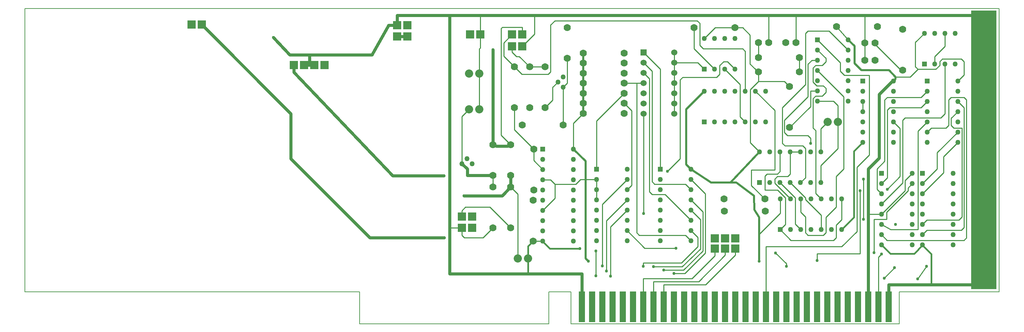
<source format=gbr>
G04 PROTEUS GERBER X2 FILE*
%TF.GenerationSoftware,Labcenter,Proteus,8.9-SP2-Build28501*%
%TF.CreationDate,2021-04-09T23:18:08+00:00*%
%TF.FileFunction,Copper,L2,Bot*%
%TF.FilePolarity,Positive*%
%TF.Part,Single*%
%TF.SameCoordinates,{17eb0ee2-30aa-48b8-b423-7eda7b5b8fc9}*%
%FSLAX45Y45*%
%MOMM*%
G01*
%TA.AperFunction,NonConductor*%
%ADD10C,0.254000*%
%ADD11C,0.762000*%
%ADD12C,0.381000*%
%ADD13C,0.508000*%
%TA.AperFunction,ViaPad*%
%ADD14C,0.762000*%
%TA.AperFunction,ComponentPad*%
%ADD15R,1.270000X1.270000*%
%ADD16C,1.270000*%
%TA.AperFunction,WasherPad*%
%ADD17R,1.524000X1.524000*%
%ADD18C,1.524000*%
%TA.AperFunction,ComponentPad*%
%ADD19C,1.778000*%
%ADD70R,2.032000X2.032000*%
%ADD71C,2.032000*%
%TA.AperFunction,ConnectorPad*%
%ADD20R,1.500000X7.620000*%
%TA.AperFunction,SMDPad,CuDef*%
%ADD22R,6.223000X69.342000*%
%TA.AperFunction,Profile*%
%ADD21C,0.203200*%
%TD.AperFunction*%
D10*
X-10366000Y+6384000D02*
X-10223500Y+6241500D01*
X-10223500Y+3429000D01*
X-10160000Y+3365500D01*
X-9837500Y+3365500D01*
X-9190000Y+2718000D01*
X-10366000Y+6638000D02*
X-10160000Y+6432000D01*
X-10160000Y+3683000D01*
X-10096500Y+3619500D01*
X-9329499Y+3619500D01*
X-9190000Y+3480000D01*
X-9190000Y+3480001D01*
X-10366000Y+6892000D02*
X-9952000Y+6478000D01*
X-9952000Y+3988000D01*
X-10850000Y+5630000D02*
X-10668000Y+5448000D01*
X-10668000Y+3590001D01*
X-10778000Y+3480000D01*
X-10778000Y+3480001D01*
X-10850000Y+5880000D02*
X-11540000Y+5190000D01*
X-11540000Y+3988000D01*
X-4462000Y+3380000D02*
X-4572000Y+3490000D01*
X-4572000Y+4000500D01*
X-4381500Y+4191000D01*
X-4381500Y+5715000D01*
X-4318000Y+5778500D01*
X-3478500Y+5778500D01*
X-3329000Y+5928000D01*
X-4462000Y+3634000D02*
X-4318000Y+3778000D01*
X-4318000Y+5461000D01*
X-4254500Y+5524500D01*
X-3478500Y+5524500D01*
X-3329000Y+5674000D01*
X-4462000Y+2364000D02*
X-4320500Y+2222500D01*
X-2413000Y+2222500D01*
X-2349500Y+2286000D01*
X-2349500Y+5715000D01*
X-2413000Y+5778500D01*
X-2730500Y+5778500D01*
X-2794000Y+5715000D01*
X-2794000Y+5080000D01*
X-2857500Y+5016500D01*
X-3224500Y+5016500D01*
X-3329000Y+4912000D01*
X-4462000Y+3126000D02*
X-3937000Y+3651000D01*
X-3937000Y+5207000D01*
X-3873500Y+5270500D01*
X-2984500Y+5270500D01*
X-2888000Y+5367000D01*
X-2888000Y+6610000D01*
X-6466000Y+3250000D02*
X-6466000Y+2921000D01*
X-6350000Y+2805000D01*
X-6350000Y+2413000D01*
X-6286500Y+2349500D01*
X-5905500Y+2349500D01*
X-5842000Y+2413000D01*
X-5842000Y+2794000D01*
X-5588000Y+3048000D01*
X-5588000Y+3810000D01*
X-5397500Y+4000500D01*
X-5397500Y+5795500D01*
X-6050000Y+6448000D01*
X-3441000Y+3383000D02*
X-2921000Y+3903000D01*
X-2921000Y+4304000D01*
X-2567000Y+4658000D01*
X-3441000Y+3637000D02*
X-3075824Y+4002176D01*
X-3075824Y+4403176D01*
X-2567000Y+4912000D01*
X-3441000Y+2621000D02*
X-3331500Y+2730500D01*
X-2540000Y+2730500D01*
X-2464600Y+2805900D01*
X-2464600Y+5016500D01*
X-2667000Y+5016500D01*
X-2730500Y+5080000D01*
X-2730500Y+5256500D01*
X-2567000Y+5420000D01*
X-3441000Y+2367000D02*
X-3331500Y+2476500D01*
X-2476500Y+2476500D01*
X-2413000Y+2540000D01*
X-2413000Y+5520001D01*
X-2567000Y+5674000D01*
X-2567000Y+5674001D01*
X-6474000Y+3658000D02*
X-6350000Y+3782000D01*
X-6350000Y+4508500D01*
X-6413500Y+4572000D01*
X-6858000Y+4572000D01*
X-6921500Y+4635500D01*
X-6921500Y+5524500D01*
X-6350000Y+6096000D01*
X-6350000Y+7366000D01*
X-6286500Y+7429500D01*
X-5761499Y+7429500D01*
X-5288000Y+6956000D01*
X-5288000Y+6956001D01*
X-6742000Y+5028000D02*
X-6223000Y+5547000D01*
X-6223000Y+5940000D01*
X-6050000Y+5940000D01*
X-8100000Y+6478000D02*
X-8289500Y+6667500D01*
X-8382000Y+6667500D01*
X-8481000Y+6568500D01*
X-8481000Y+6350000D01*
X-8554461Y+6276539D01*
X-9398000Y+6276539D01*
X-9461500Y+6213039D01*
X-9461500Y+4254500D01*
X-9779000Y+3937000D01*
X-3142000Y+6610000D02*
X-3142000Y+6794500D01*
X-2888000Y+7048500D01*
X-2888000Y+7372000D01*
X-6050000Y+6956000D02*
X-5842000Y+6748000D01*
X-5842000Y+6667500D01*
X-5934500Y+6575000D01*
X-6096000Y+6575000D01*
X-6159500Y+6511500D01*
X-6159500Y+6159500D01*
X-6067000Y+6067000D01*
X-5905500Y+6067000D01*
X-5842000Y+6003500D01*
X-5842000Y+5905500D01*
X-5934500Y+5813000D01*
X-6096000Y+5813000D01*
X-6159500Y+5749500D01*
X-6159500Y+5016500D01*
X-6096000Y+4953000D01*
X-6096000Y+3388000D01*
X-5958000Y+3250000D01*
X-6974000Y+2488000D02*
X-6708500Y+2222500D01*
X-5651500Y+2222500D01*
X-5588000Y+2286000D01*
X-5588000Y+2603500D01*
X-5450000Y+2741500D01*
X-5450000Y+3250000D01*
X-6728000Y+4420000D02*
X-6728000Y+3873500D01*
X-6791500Y+3810000D01*
X-7048500Y+3810000D01*
X-7112000Y+3746500D01*
X-7112000Y+3642000D01*
X-6720000Y+3250000D01*
X-6728000Y+4420000D02*
X-6474000Y+4420000D01*
X-4922000Y+5674000D02*
X-4922000Y+5420000D01*
X-5794000Y+5170000D02*
X-5966000Y+4998000D01*
X-5966000Y+4420000D01*
X-13200000Y+6536000D02*
X-13458500Y+6794500D01*
X-13525500Y+6794500D01*
X-13636000Y+6905000D01*
X-13636000Y+7050000D01*
X-12270000Y+6748000D02*
X-12268400Y+6746400D01*
X-12268400Y+6133600D01*
X-12370000Y+6032000D01*
X-12370000Y+5090000D01*
X-14704000Y+5480000D02*
X-14883000Y+5301000D01*
X-14883000Y+4130000D01*
X-14110000Y+3840000D02*
X-14110000Y+3550000D01*
D11*
X-14110000Y+3840000D02*
X-14351000Y+3840000D01*
X-14883000Y+4130000D02*
X-14750000Y+3997000D01*
X-14750000Y+3840000D01*
X-14351000Y+3840000D01*
X-14110000Y+4602000D02*
X-14021100Y+4570000D01*
X-13906500Y+4570000D01*
X-13670000Y+4600000D02*
X-13758900Y+4570000D01*
X-13906500Y+4570000D01*
D10*
X-13670000Y+3546000D02*
X-13494000Y+3370000D01*
X-13494000Y+1770000D01*
X-9116000Y+7510000D02*
X-9116000Y+6986000D01*
X-8608000Y+6478000D01*
X-13670000Y+2530000D02*
X-14188000Y+3048000D01*
X-14795500Y+3048000D01*
X-14884000Y+2959500D01*
X-14884000Y+2810000D01*
X-7844000Y+5930000D02*
X-7844000Y+6921500D01*
X-7907500Y+6985000D01*
X-8890000Y+6985000D01*
X-8976300Y+7071300D01*
X-8976300Y+7620000D01*
X-9039800Y+7683500D01*
X-12573000Y+7683500D01*
X-12677649Y+7578851D01*
X-12677649Y+6413500D01*
X-12741149Y+6350000D01*
X-13390000Y+6350000D01*
X-13580000Y+6540000D01*
X-13843000Y+6803000D01*
X-13843000Y+7133000D01*
X-13636000Y+7340000D01*
D11*
X-16235000Y+7295000D02*
X-16489000Y+7295000D01*
D10*
X-7514000Y+7140000D02*
X-7516000Y+7138000D01*
X-7516000Y+6770000D01*
X-7844000Y+5168000D02*
X-7971000Y+5295000D01*
X-7971000Y+6095000D01*
X-8354000Y+6478000D01*
X-6728000Y+3658000D02*
X-6350000Y+3280000D01*
X-6350000Y+3238500D01*
X-5958000Y+2846500D01*
X-5958000Y+2488000D01*
X-6982000Y+3658000D02*
X-6604000Y+3280000D01*
X-6604000Y+2626000D01*
X-6466000Y+2488000D01*
X-6500000Y+6770000D02*
X-6500000Y+6410000D01*
D12*
X-4922000Y+4658000D02*
X-5143500Y+4436500D01*
X-5143500Y+2794500D01*
X-5450000Y+2488000D01*
D10*
X-5540000Y+5170000D02*
X-5540000Y+4508500D01*
X-5966000Y+4082500D01*
X-5966000Y+3658000D01*
X-13580000Y+5524000D02*
X-13580000Y+4970000D01*
X-13100000Y+4490000D01*
X-6050000Y+5686000D02*
X-5651500Y+5686000D01*
X-5540000Y+5574500D01*
X-5540000Y+5170000D01*
X-13382000Y+7050000D02*
X-13081000Y+7351000D01*
X-13081000Y+7820000D01*
X-13100000Y+4490000D02*
X-13100000Y+4212000D01*
X-12872000Y+3984000D01*
X-9604000Y+6638000D02*
X-9022000Y+6638000D01*
X-8862000Y+6478000D01*
D12*
X-13112000Y+2208000D02*
X-13240000Y+2080000D01*
X-13240000Y+1770000D01*
D10*
X-14450000Y+6370000D02*
X-14450000Y+6985000D01*
X-14428000Y+7007000D01*
X-14428000Y+7340000D01*
X-14884000Y+2530000D02*
X-14884000Y+2349500D01*
X-14820500Y+2286000D01*
X-14358000Y+2286000D01*
X-14110000Y+2534000D01*
X-12872000Y+2206000D02*
X-13110000Y+2206000D01*
X-13112000Y+2208000D01*
X-14450000Y+6370000D02*
X-14450000Y+5480000D01*
X-7260000Y+7140000D02*
X-7260000Y+7820000D01*
X-6586000Y+7820000D02*
X-6586000Y+7140000D01*
D12*
X-13240000Y+1770000D02*
X-13240000Y+1390000D01*
D10*
X-14884000Y+2530000D02*
X-15190000Y+2530000D01*
X-9604000Y+6384000D02*
X-9604000Y+6638000D01*
X-9604000Y+5622000D02*
X-9604000Y+5876000D01*
X-9604000Y+6638000D02*
X-9604000Y+6892000D01*
X-9604000Y+6130000D02*
X-9604000Y+6384000D01*
X-9604000Y+5876000D02*
X-9604000Y+6130000D01*
X-9604000Y+5622000D02*
X-9604000Y+5368000D01*
D11*
X-7260000Y+7820000D02*
X-13081000Y+7820000D01*
D12*
X-4462000Y+2110000D02*
X-4242000Y+1890000D01*
X-3651000Y+1890000D01*
X-3441000Y+2100000D01*
X-3441000Y+2113000D01*
X-12870000Y+2190000D02*
X-12700000Y+2020000D01*
X-11950000Y+2020000D01*
X-12872000Y+2206000D02*
X-12870000Y+2190000D01*
D11*
X-7260000Y+7820000D02*
X-6586000Y+7820000D01*
X-13208000Y+7820000D02*
X-13081000Y+7820000D01*
X-15190000Y+2530000D02*
X-15190000Y+1390000D01*
X-13240000Y+1390000D01*
X-14427999Y+7820000D02*
X-13208000Y+7820000D01*
D10*
X-3556000Y+6477000D02*
X-3111500Y+6477000D01*
X-3015000Y+6573500D01*
X-3015000Y+6667500D01*
X-2951500Y+6731000D01*
X-2476500Y+6731000D01*
X-2413000Y+6667500D01*
X-2413000Y+6336000D01*
X-2567000Y+6182000D01*
X-3556000Y+6477000D02*
X-3619500Y+6540500D01*
X-3619500Y+7148500D01*
X-3396000Y+7372000D01*
X-4462000Y+2872000D02*
X-3873500Y+3460500D01*
X-3873500Y+3714500D01*
X-3700000Y+3888000D01*
X-11866000Y+5380000D02*
X-12110000Y+5136000D01*
X-12110000Y+4492000D01*
X-12573000Y+3619500D02*
X-12573000Y+3267000D01*
X-12872000Y+2968000D01*
X-11810000Y+3734000D02*
X-11938000Y+3734000D01*
X-12052500Y+3619500D01*
X-12573000Y+3619500D01*
X-4110000Y+6286500D02*
X-3746500Y+6286500D01*
X-3556000Y+6477000D01*
X-7516000Y+6171000D02*
X-6869000Y+6171000D01*
X-6742000Y+6044000D01*
X-7490000Y+4420000D02*
X-7717000Y+4647000D01*
X-7717000Y+5970000D01*
X-7516000Y+6171000D01*
X-12573000Y+3619500D02*
X-12683500Y+3730000D01*
X-12872000Y+3730000D01*
X-11540000Y+3734000D02*
X-11540000Y+3480000D01*
X-7516000Y+6410000D02*
X-7516000Y+6171000D01*
X-11540000Y+3480000D02*
X-11540000Y+3226000D01*
X-11540000Y+3734000D02*
X-11810000Y+3734000D01*
D13*
X-9190000Y+3988000D02*
X-9310000Y+4108000D01*
X-9310000Y+5480000D01*
X-8860000Y+5930000D01*
X-9190000Y+3988000D02*
X-8690000Y+3660000D01*
X-8210000Y+3660000D01*
X-11866000Y+5380000D02*
X-11866000Y+5630000D01*
X-11866000Y+5880000D01*
X-11866000Y+6130000D01*
X-11866000Y+6380000D01*
X-11866000Y+6630000D01*
X-11866000Y+6791100D01*
X-11866000Y+6880000D01*
X-4160000Y+6182000D02*
X-4110000Y+6232000D01*
X-4110000Y+6286500D01*
X-12110000Y+4492000D02*
X-11810000Y+4190000D01*
X-11810000Y+3734000D01*
D10*
X-4462000Y+2872000D02*
X-4462001Y+2871999D01*
X-4792000Y+2871999D01*
D11*
X-4792000Y+3997000D01*
X-4523000Y+4266000D01*
X-4523000Y+5850000D01*
X-4191000Y+6182000D01*
X-4160000Y+6182000D01*
X-3441000Y+1120000D02*
X-4285000Y+1120000D01*
X-4285000Y+260000D01*
X-13240000Y+1390000D02*
X-11905000Y+1390000D01*
X-11905000Y+260000D01*
D12*
X-3441000Y+2113000D02*
X-3390500Y+2049500D01*
X-3221000Y+1880000D01*
X-3221000Y+1120000D01*
D11*
X-3441000Y+1120000D02*
X-3221000Y+1120000D01*
X-13670000Y+3546000D02*
X-13670000Y+3838000D01*
D13*
X-4274000Y+6453000D02*
X-4362900Y+6455000D01*
X-4960000Y+6455000D01*
X-5130000Y+6625000D01*
X-5130000Y+7052000D01*
X-5288000Y+7210000D01*
X-4274000Y+6453000D02*
X-4111000Y+6286500D01*
X-4110000Y+6286500D01*
D10*
X-5288000Y+7210000D02*
X-5574000Y+7534000D01*
X-4874000Y+7131000D02*
X-4874000Y+6700000D01*
X-3936000Y+6454000D02*
X-3936000Y+6455000D01*
X-3976000Y+6455000D01*
X-4652000Y+7131000D01*
X-4620000Y+7131000D01*
X-10541000Y+6130000D02*
X-10850000Y+6130000D01*
X-10541000Y+6130000D02*
X-10366000Y+6130000D01*
X-10541000Y+6130000D02*
X-10541000Y+2413000D01*
X-10477500Y+2349500D01*
X-9329500Y+2349500D01*
X-9190000Y+2210000D01*
X-14428000Y+7340000D02*
X-14428000Y+7819999D01*
X-14427999Y+7820000D01*
X-13670000Y+4600000D02*
X-13906500Y+4836500D01*
X-13906500Y+7493000D01*
X-13878500Y+7521000D01*
X-13382000Y+7521000D01*
X-13382000Y+7340000D01*
X-6223000Y+4635500D02*
X-6223000Y+4762500D01*
X-6286500Y+4826000D01*
X-6794500Y+4826000D01*
X-6869850Y+4901350D01*
X-6869850Y+5207000D01*
X-6286500Y+5790350D01*
X-6286500Y+6604000D01*
X-6188500Y+6702000D01*
X-6050000Y+6702000D01*
D11*
X-15190000Y+7820000D02*
X-14427999Y+7820000D01*
X-15190000Y+2530000D02*
X-15190000Y+7734000D01*
X-15190000Y+7805000D02*
X-15190000Y+7734000D01*
X-15190000Y+7813000D02*
X-15190000Y+7805000D01*
X-15190000Y+7815000D02*
X-15190000Y+7820000D01*
X-15190000Y+7815000D02*
X-15190000Y+7813000D01*
X-14110000Y+6963000D02*
X-14110000Y+4602000D01*
X-16489000Y+7575000D02*
X-16489000Y+7815000D01*
X-15190000Y+7815000D01*
X-21346000Y+7585000D02*
X-19135000Y+5374000D01*
X-19135000Y+4252000D01*
X-17169000Y+2286000D01*
X-15320000Y+2286000D01*
X-18671000Y+6584000D02*
X-18671000Y+6837000D01*
X-17117000Y+6837000D01*
X-16700000Y+7575000D01*
X-16489000Y+7575000D01*
X-18545000Y+6584000D02*
X-18671000Y+6584000D01*
X-18801000Y+6584000D01*
X-18671000Y+6837000D02*
X-19156000Y+6837000D01*
X-19562000Y+7268000D01*
X-13670000Y+3546000D02*
X-13887000Y+3330000D01*
X-14830000Y+3330000D01*
X-15330000Y+3830000D02*
X-16605000Y+3830000D01*
X-19055000Y+6407000D01*
X-19055000Y+6584000D01*
D10*
X-6982000Y+4420000D02*
X-6982000Y+3937000D01*
X-7045500Y+3873500D01*
X-7302500Y+3873500D01*
X-7356000Y+3820000D01*
X-7356000Y+3478000D01*
X-7044000Y+3478000D01*
X-6845000Y+3280000D01*
X-6845000Y+2617000D01*
X-6974000Y+2488000D01*
X-4462000Y+2618000D02*
X-4228000Y+2492000D01*
X-3556000Y+2492000D01*
X-3556000Y+4939000D01*
X-3329000Y+5166000D01*
D11*
X-4792000Y+1706000D02*
X-4793000Y+260000D01*
D10*
X-6050000Y+7210000D02*
X-5484000Y+6644000D01*
X-5484000Y+6431000D01*
X-5379000Y+6326000D01*
X-4767000Y+6326000D01*
X-4767000Y+4342000D01*
X-5072000Y+4037000D01*
X-5072000Y+2443000D01*
X-5447000Y+2068000D01*
X-7333000Y+2068000D01*
X-7333000Y+260000D01*
D11*
X-4792000Y+2871999D02*
X-4792000Y+2000000D01*
X-4792000Y+1706000D01*
D10*
X-3700000Y+3634000D02*
X-3800229Y+3527089D01*
X-3800229Y+3458000D01*
X-4335000Y+2923228D01*
X-4335000Y+2743000D01*
X-4645000Y+2743000D01*
X-4645000Y+1917000D01*
X-4993000Y+3460000D02*
X-4991365Y+1887000D01*
X-6063365Y+1887000D01*
X-6063257Y+1723000D01*
X-10366000Y+5368000D02*
X-10366000Y+2887000D01*
D13*
X-8208105Y+3662000D02*
X-8210000Y+3662000D01*
X-8210000Y+3660000D01*
X-7490000Y+4420000D02*
X-8208105Y+3662000D01*
X-8210000Y+3660000D01*
D10*
X-7354000Y+3250000D02*
X-7693000Y+3580000D01*
X-7693000Y+3974000D01*
X-7112000Y+3974000D01*
X-7112000Y+5452000D01*
X-7590000Y+5930000D01*
D13*
X-11810000Y+3734000D02*
X-11810000Y+1772000D01*
X-11744000Y+1706000D01*
X-7499000Y+1706000D02*
X-7499000Y+1708000D01*
D10*
X-6974000Y+3250000D02*
X-6974000Y+2897000D01*
X-7499000Y+2372000D01*
D13*
X-7499000Y+1708000D02*
X-7499000Y+2372000D01*
X-7499000Y+2799000D01*
X-7618000Y+2984000D01*
X-7624000Y+3326000D01*
X-8065000Y+3662000D01*
X-8208105Y+3662000D01*
D10*
X-10778000Y+3734000D02*
X-11390000Y+3122000D01*
X-11390000Y+1586000D01*
X-10778000Y+3226000D02*
X-11291000Y+2713000D01*
X-11291000Y+1462000D01*
X-10778000Y+2972000D02*
X-11187000Y+2563000D01*
X-11187000Y+1332000D01*
X-11187000Y+1333000D01*
X-9190000Y+3734000D02*
X-8835000Y+3379000D01*
X-8835000Y+1906000D01*
X-9344000Y+1397000D01*
X-9619000Y+1397000D01*
X-9190000Y+3226000D02*
X-8896000Y+2932000D01*
X-8896000Y+1962000D01*
X-9378000Y+1480000D01*
X-9873000Y+1480000D01*
X-9190000Y+2972000D02*
X-8958000Y+2740000D01*
X-8958000Y+2008000D01*
X-9409000Y+1567000D01*
X-10127000Y+1567000D01*
X-9190000Y+2464000D02*
X-9023000Y+2297000D01*
X-9023000Y+2066000D01*
X-9431000Y+1658000D01*
X-10381000Y+1658000D01*
X-10381000Y+1575000D01*
X-6825000Y+1580000D02*
X-6825000Y+1645000D01*
X-7091000Y+1910000D01*
X-9565000Y+2029000D02*
X-10343000Y+2029000D01*
X-10778000Y+2464000D01*
X-11557000Y+1956000D02*
X-11557000Y+1337000D01*
D11*
X-4874000Y+7820000D02*
X-6586000Y+7820000D01*
D10*
X-4874000Y+7131000D02*
X-4874000Y+7818000D01*
D11*
X-1916000Y+4471000D02*
X-1916000Y+1120000D01*
X-3221000Y+1120000D01*
X-1916000Y+4471000D02*
X-1916000Y+7820000D01*
X-4874000Y+7820000D01*
X-4874000Y+7818000D01*
D10*
X-8100000Y+7510000D02*
X-8592000Y+7510000D01*
X-8862000Y+7240000D01*
X-8100000Y+7510000D02*
X-7910000Y+7510000D01*
X-7725000Y+7325000D01*
X-7725000Y+6607000D01*
X-7604900Y+6486900D01*
X-7516000Y+6410000D01*
X-4539000Y+260000D02*
X-4539000Y+1805000D01*
X-4464000Y+1880000D01*
X-4905000Y+2745000D02*
X-4905000Y+3750000D01*
X-4907000Y+3748000D01*
X-4160000Y+5166000D02*
X-4000500Y+5006500D01*
X-4000500Y+3810000D01*
X-4318000Y+3492500D01*
X-12817000Y+6536000D02*
X-13200000Y+6536000D01*
X-12817000Y+5520000D02*
X-12629000Y+5708000D01*
X-12629000Y+6027000D01*
X-12497000Y+6159000D01*
X-4141000Y+1543000D02*
X-4390000Y+1280000D01*
X-3340000Y+1580000D02*
X-3560000Y+1260000D01*
X-8090000Y+2016000D02*
X-8090000Y+1860000D01*
X-8828000Y+1122000D01*
X-9873000Y+1122000D01*
X-9873000Y+260000D01*
X-8344000Y+2016000D02*
X-8344000Y+1856000D01*
X-9000000Y+1200000D01*
X-10127000Y+1200000D01*
X-10127000Y+260000D01*
X-8598000Y+2016000D02*
X-8598000Y+1842000D01*
X-9166000Y+1274000D01*
X-10381000Y+1274000D01*
X-10381000Y+260000D01*
D14*
X-9779000Y+3937000D03*
X-11950000Y+2020000D03*
X-6223000Y+4635500D03*
X-14110000Y+6963000D03*
X-15320000Y+2286000D03*
X-19562000Y+7268000D03*
X-14830000Y+3330000D03*
X-15330000Y+3830000D03*
X-4645000Y+1917000D03*
X-4993000Y+3460000D03*
X-6063257Y+1723000D03*
X-10366000Y+2887000D03*
X-11744000Y+1706000D03*
X-4792000Y+2000000D03*
X-7499000Y+1706000D03*
X-11390000Y+1586000D03*
X-11291000Y+1462000D03*
X-11187000Y+1332000D03*
X-9619000Y+1397000D03*
X-9873000Y+1480000D03*
X-10127000Y+1567000D03*
X-10381000Y+1575000D03*
X-6825000Y+1580000D03*
X-7091000Y+1910000D03*
X-9565000Y+2029000D03*
X-11557000Y+1956000D03*
X-11557000Y+1337000D03*
X-4464000Y+1880000D03*
X-4111000Y+2622000D03*
X-4905000Y+2745000D03*
X-4907000Y+3748000D03*
X-4318000Y+3492500D03*
X-4141000Y+1543000D03*
X-4390000Y+1280000D03*
X-3340000Y+1580000D03*
X-3560000Y+1260000D03*
D15*
X-11540000Y+3988000D03*
D16*
X-11540000Y+3734000D03*
X-11540000Y+3480000D03*
X-11540000Y+3226000D03*
X-11540000Y+2972000D03*
X-11540000Y+2718000D03*
X-11540000Y+2464000D03*
X-11540000Y+2210000D03*
X-10778000Y+2210000D03*
X-10778000Y+2464000D03*
X-10778000Y+2718000D03*
X-10778000Y+2972000D03*
X-10778000Y+3226000D03*
X-10778000Y+3480000D03*
X-10778000Y+3734000D03*
X-10778000Y+3988000D03*
D15*
X-9952000Y+3988000D03*
D16*
X-9952000Y+3734000D03*
X-9952000Y+3480000D03*
X-9952000Y+3226000D03*
X-9952000Y+2972000D03*
X-9952000Y+2718000D03*
X-9952000Y+2464000D03*
X-9952000Y+2210000D03*
X-9190000Y+2210000D03*
X-9190000Y+2464000D03*
X-9190000Y+2718000D03*
X-9190000Y+2972000D03*
X-9190000Y+3226000D03*
X-9190000Y+3480000D03*
X-9190000Y+3734000D03*
X-9190000Y+3988000D03*
D17*
X-10366000Y+6892000D03*
D18*
X-10366000Y+6638000D03*
X-10366000Y+6384000D03*
X-10366000Y+6130000D03*
X-10366000Y+5876000D03*
X-10366000Y+5622000D03*
X-10366000Y+5368000D03*
X-9604000Y+5368000D03*
X-9604000Y+5622000D03*
X-9604000Y+5876000D03*
X-9604000Y+6130000D03*
X-9604000Y+6384000D03*
X-9604000Y+6638000D03*
X-9604000Y+6892000D03*
D19*
X-11866000Y+5380000D03*
X-10850000Y+5380000D03*
X-11866000Y+5630000D03*
X-10850000Y+5630000D03*
X-11866000Y+5880000D03*
X-10850000Y+5880000D03*
X-11866000Y+6130000D03*
X-10850000Y+6130000D03*
X-11866000Y+6380000D03*
X-10850000Y+6380000D03*
X-11866000Y+6630000D03*
X-10850000Y+6630000D03*
X-11866000Y+6880000D03*
X-10850000Y+6880000D03*
D15*
X-6050000Y+7210000D03*
D16*
X-6050000Y+6956000D03*
X-6050000Y+6702000D03*
X-6050000Y+6448000D03*
X-6050000Y+6194000D03*
X-6050000Y+5940000D03*
X-6050000Y+5686000D03*
X-5288000Y+5686000D03*
X-5288000Y+5940000D03*
X-5288000Y+6194000D03*
X-5288000Y+6448000D03*
X-5288000Y+6702000D03*
X-5288000Y+6956000D03*
X-5288000Y+7210000D03*
D15*
X-8860000Y+5168000D03*
D16*
X-8606000Y+5168000D03*
X-8352000Y+5168000D03*
X-8098000Y+5168000D03*
X-7844000Y+5168000D03*
X-7590000Y+5168000D03*
X-7336000Y+5168000D03*
X-7336000Y+5930000D03*
X-7590000Y+5930000D03*
X-7844000Y+5930000D03*
X-8098000Y+5930000D03*
X-8352000Y+5930000D03*
X-8606000Y+5930000D03*
X-8860000Y+5930000D03*
D15*
X-4462000Y+3888000D03*
D16*
X-4462000Y+3634000D03*
X-4462000Y+3380000D03*
X-4462000Y+3126000D03*
X-4462000Y+2872000D03*
X-4462000Y+2618000D03*
X-4462000Y+2364000D03*
X-4462000Y+2110000D03*
X-3700000Y+2110000D03*
X-3700000Y+2364000D03*
X-3700000Y+2618000D03*
X-3700000Y+2872000D03*
X-3700000Y+3126000D03*
X-3700000Y+3380000D03*
X-3700000Y+3634000D03*
X-3700000Y+3888000D03*
D15*
X-3441000Y+3891000D03*
D16*
X-3441000Y+3637000D03*
X-3441000Y+3383000D03*
X-3441000Y+3129000D03*
X-3441000Y+2875000D03*
X-3441000Y+2621000D03*
X-3441000Y+2367000D03*
X-3441000Y+2113000D03*
X-2679000Y+2113000D03*
X-2679000Y+2367000D03*
X-2679000Y+2621000D03*
X-2679000Y+2875000D03*
X-2679000Y+3129000D03*
X-2679000Y+3383000D03*
X-2679000Y+3637000D03*
X-2679000Y+3891000D03*
D15*
X-3329000Y+6182000D03*
D16*
X-3329000Y+5928000D03*
X-3329000Y+5674000D03*
X-3329000Y+5420000D03*
X-3329000Y+5166000D03*
X-3329000Y+4912000D03*
X-3329000Y+4658000D03*
X-2567000Y+4658000D03*
X-2567000Y+4912000D03*
X-2567000Y+5166000D03*
X-2567000Y+5420000D03*
X-2567000Y+5674000D03*
X-2567000Y+5928000D03*
X-2567000Y+6182000D03*
D15*
X-4922000Y+6182000D03*
D16*
X-4922000Y+5928000D03*
X-4922000Y+5674000D03*
X-4922000Y+5420000D03*
X-4922000Y+5166000D03*
X-4922000Y+4912000D03*
X-4922000Y+4658000D03*
X-4160000Y+4658000D03*
X-4160000Y+4912000D03*
X-4160000Y+5166000D03*
X-4160000Y+5420000D03*
X-4160000Y+5674000D03*
X-4160000Y+5928000D03*
X-4160000Y+6182000D03*
D15*
X-12872000Y+4492000D03*
D16*
X-12872000Y+4238000D03*
X-12872000Y+3984000D03*
X-12872000Y+3730000D03*
X-12872000Y+3476000D03*
X-12872000Y+3222000D03*
X-12872000Y+2968000D03*
X-12872000Y+2714000D03*
X-12872000Y+2460000D03*
X-12872000Y+2206000D03*
X-12110000Y+2206000D03*
X-12110000Y+2460000D03*
X-12110000Y+2714000D03*
X-12110000Y+2968000D03*
X-12110000Y+3222000D03*
X-12110000Y+3476000D03*
X-12110000Y+3730000D03*
X-12110000Y+3984000D03*
X-12110000Y+4238000D03*
X-12110000Y+4492000D03*
D19*
X-13112000Y+3224000D03*
X-13112000Y+2208000D03*
D15*
X-3396000Y+6610000D03*
D16*
X-3142000Y+6610000D03*
X-2888000Y+6610000D03*
X-2634000Y+6610000D03*
X-2634000Y+7372000D03*
X-2888000Y+7372000D03*
X-3142000Y+7372000D03*
X-3396000Y+7372000D03*
D19*
X-4874000Y+7131000D03*
X-4620000Y+7131000D03*
X-4874000Y+6700000D03*
X-4620000Y+6700000D03*
X-5574000Y+7534000D03*
X-4558000Y+7534000D03*
X-3936000Y+6454000D03*
X-3936000Y+7470000D03*
X-6742000Y+6044000D03*
X-6742000Y+5028000D03*
X-8360000Y+2950000D03*
X-7344000Y+2950000D03*
D70*
X-8598000Y+2016000D03*
X-8598000Y+2270000D03*
X-8344000Y+2016000D03*
X-8344000Y+2270000D03*
X-8090000Y+2016000D03*
X-8090000Y+2270000D03*
D71*
X-13494000Y+1770000D03*
X-13240000Y+1770000D03*
D19*
X-7514000Y+7140000D03*
X-7260000Y+7140000D03*
X-6840000Y+7140000D03*
X-6586000Y+7140000D03*
D71*
X-14704000Y+6370000D03*
X-14450000Y+6370000D03*
X-14704000Y+5480000D03*
X-14450000Y+5480000D03*
X-5794000Y+5170000D03*
X-5540000Y+5170000D03*
D19*
X-14110000Y+3840000D03*
X-14110000Y+4602000D03*
X-13670000Y+3838000D03*
X-13670000Y+4600000D03*
X-12270000Y+7510000D03*
X-12270000Y+6748000D03*
D16*
X-12370000Y+6286000D03*
X-12497000Y+6159000D03*
X-12370000Y+6032000D03*
X-14629000Y+4130000D03*
X-14756000Y+4257000D03*
X-14883000Y+4130000D03*
D19*
X-13200000Y+5520000D03*
X-13200000Y+6536000D03*
X-13386000Y+5090000D03*
X-12370000Y+5090000D03*
X-14110000Y+2534000D03*
X-14110000Y+3550000D03*
X-13580000Y+6540000D03*
X-13580000Y+5524000D03*
X-9116000Y+7510000D03*
X-8100000Y+7510000D03*
X-6500000Y+6770000D03*
X-7516000Y+6770000D03*
X-13100000Y+3474000D03*
X-13100000Y+4490000D03*
X-8370000Y+3250000D03*
X-7354000Y+3250000D03*
X-13670000Y+3546000D03*
X-13670000Y+2530000D03*
X-6500000Y+6410000D03*
X-7516000Y+6410000D03*
D15*
X-8862000Y+6478000D03*
D16*
X-8608000Y+6478000D03*
X-8354000Y+6478000D03*
X-8100000Y+6478000D03*
X-8100000Y+7240000D03*
X-8354000Y+7240000D03*
X-8608000Y+7240000D03*
X-8862000Y+7240000D03*
D15*
X-7490000Y+3658000D03*
D16*
X-7236000Y+3658000D03*
X-6982000Y+3658000D03*
X-6728000Y+3658000D03*
X-6474000Y+3658000D03*
X-6220000Y+3658000D03*
X-5966000Y+3658000D03*
X-5966000Y+4420000D03*
X-6220000Y+4420000D03*
X-6474000Y+4420000D03*
X-6728000Y+4420000D03*
X-6982000Y+4420000D03*
X-7236000Y+4420000D03*
X-7490000Y+4420000D03*
D15*
X-6974000Y+2488000D03*
D16*
X-6720000Y+2488000D03*
X-6466000Y+2488000D03*
X-6212000Y+2488000D03*
X-5958000Y+2488000D03*
X-5704000Y+2488000D03*
X-5450000Y+2488000D03*
X-5450000Y+3250000D03*
X-5704000Y+3250000D03*
X-5958000Y+3250000D03*
X-6212000Y+3250000D03*
X-6466000Y+3250000D03*
X-6720000Y+3250000D03*
X-6974000Y+3250000D03*
D70*
X-21346000Y+7585000D03*
X-21600000Y+7585000D03*
X-14630000Y+2530000D03*
X-14884000Y+2530000D03*
X-14630000Y+2810000D03*
X-14884000Y+2810000D03*
X-14682000Y+7340000D03*
X-14428000Y+7340000D03*
X-16489000Y+7575000D03*
X-16235000Y+7575000D03*
X-16489000Y+7295000D03*
X-16235000Y+7295000D03*
X-13636000Y+7340000D03*
X-13382000Y+7340000D03*
X-13636000Y+7050000D03*
X-13382000Y+7050000D03*
X-18801000Y+6584000D03*
X-19055000Y+6584000D03*
X-18291000Y+6584000D03*
X-18545000Y+6584000D03*
D20*
X-11905000Y+566000D03*
X-11651000Y+566000D03*
X-11397000Y+566000D03*
X-11143000Y+566000D03*
X-10889000Y+566000D03*
X-10635000Y+566000D03*
X-10381000Y+566000D03*
X-10127000Y+566000D03*
X-9873000Y+566000D03*
X-9619000Y+566000D03*
X-9365000Y+566000D03*
X-9111000Y+566000D03*
X-8857000Y+566000D03*
X-8603000Y+566000D03*
X-8349000Y+566000D03*
X-8095000Y+566000D03*
X-7841000Y+566000D03*
X-7587000Y+566000D03*
X-7333000Y+566000D03*
X-7079000Y+566000D03*
X-6825000Y+566000D03*
X-6571000Y+566000D03*
X-6317000Y+566000D03*
X-6063000Y+566000D03*
X-5809000Y+566000D03*
X-5555000Y+566000D03*
X-5301000Y+566000D03*
X-5047000Y+566000D03*
X-4793000Y+566000D03*
X-4539000Y+566000D03*
X-4285000Y+566000D03*
D22*
X-1916000Y+4471000D03*
D19*
X-12817000Y+6536000D03*
X-12817000Y+5520000D03*
D21*
X-4020000Y+940000D02*
X-1537000Y+940000D01*
X-1537000Y+7990000D01*
X-25739000Y+7990000D01*
X-25739000Y+940000D01*
X-12170000Y+150000D02*
X-12170000Y+940000D01*
X-17420000Y+940000D02*
X-25739000Y+940000D01*
X-12170000Y+150000D02*
X-4020000Y+150000D01*
X-4020000Y+940000D01*
X-12720000Y+150000D02*
X-12720000Y+940000D01*
X-12170000Y+940000D01*
X-17420000Y+940000D02*
X-17420000Y+150000D01*
X-12720000Y+150000D01*
M02*

</source>
